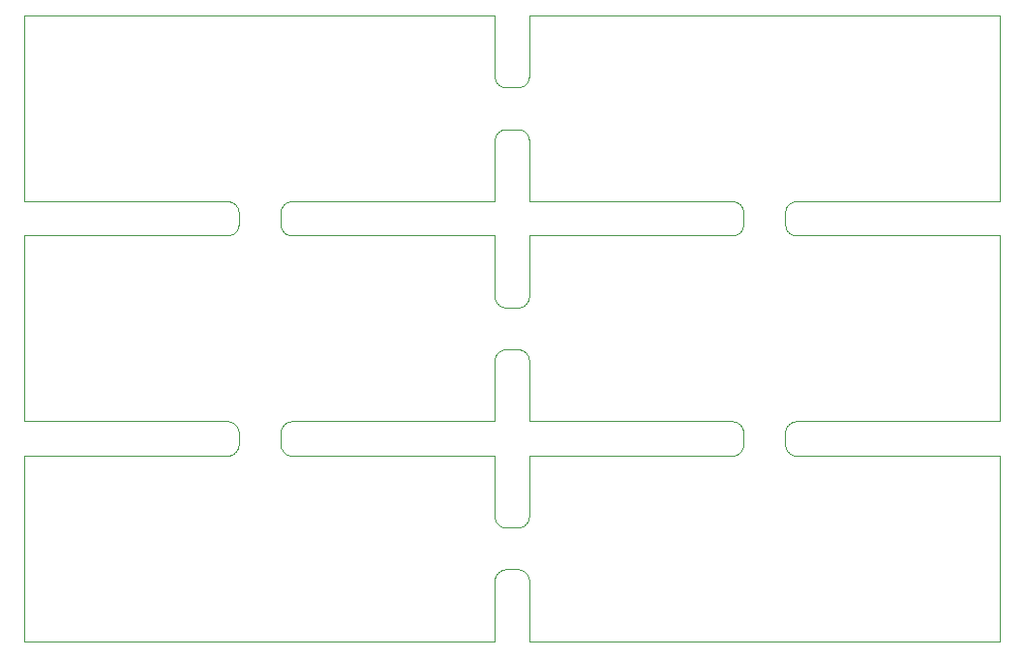
<source format=gko>
%MOIN*%
%OFA0B0*%
%FSLAX44Y44*%
%IPPOS*%
%LPD*%
%ADD10C,0*%
D10*
X00016199Y00011893D02*
X00016199Y00011893D01*
X00016199Y00013981D01*
X00009212Y00013981D01*
X00009181Y00013982D01*
X00009151Y00013985D01*
X00009120Y00013991D01*
X00009091Y00014000D01*
X00009062Y00014011D01*
X00009034Y00014024D01*
X00009007Y00014039D01*
X00008981Y00014056D01*
X00008957Y00014075D01*
X00008934Y00014096D01*
X00008913Y00014119D01*
X00008894Y00014143D01*
X00008877Y00014169D01*
X00008862Y00014196D01*
X00008849Y00014224D01*
X00008838Y00014253D01*
X00008830Y00014282D01*
X00008824Y00014313D01*
X00008820Y00014343D01*
X00008819Y00014374D01*
X00008819Y00014768D01*
X00008820Y00014799D01*
X00008824Y00014830D01*
X00008830Y00014860D01*
X00008838Y00014890D01*
X00008849Y00014919D01*
X00008862Y00014947D01*
X00008877Y00014974D01*
X00008894Y00014999D01*
X00008913Y00015024D01*
X00008934Y00015046D01*
X00008957Y00015067D01*
X00008981Y00015087D01*
X00009007Y00015104D01*
X00009034Y00015119D01*
X00009062Y00015132D01*
X00009091Y00015142D01*
X00009120Y00015151D01*
X00009151Y00015157D01*
X00009181Y00015160D01*
X00009212Y00015162D01*
X00016199Y00015162D01*
X00016199Y00017249D01*
X00016201Y00017280D01*
X00016204Y00017310D01*
X00016210Y00017341D01*
X00016219Y00017371D01*
X00016229Y00017400D01*
X00016242Y00017428D01*
X00016258Y00017455D01*
X00016275Y00017480D01*
X00016294Y00017505D01*
X00016315Y00017527D01*
X00016338Y00017548D01*
X00016362Y00017567D01*
X00016387Y00017585D01*
X00016414Y00017600D01*
X00016443Y00017613D01*
X00016472Y00017623D01*
X00016501Y00017632D01*
X00016532Y00017638D01*
X00016562Y00017641D01*
X00016593Y00017643D01*
X00016987Y00017643D01*
X00017018Y00017641D01*
X00017048Y00017638D01*
X00017079Y00017632D01*
X00017109Y00017623D01*
X00017138Y00017613D01*
X00017166Y00017600D01*
X00017193Y00017585D01*
X00017218Y00017567D01*
X00017243Y00017548D01*
X00017265Y00017527D01*
X00017286Y00017505D01*
X00017305Y00017480D01*
X00017323Y00017455D01*
X00017338Y00017428D01*
X00017351Y00017400D01*
X00017361Y00017371D01*
X00017370Y00017341D01*
X00017376Y00017310D01*
X00017379Y00017280D01*
X00017381Y00017249D01*
X00017381Y00015162D01*
X00024368Y00015162D01*
X00024399Y00015160D01*
X00024429Y00015157D01*
X00024460Y00015151D01*
X00024489Y00015142D01*
X00024518Y00015132D01*
X00024546Y00015119D01*
X00024573Y00015104D01*
X00024599Y00015087D01*
X00024623Y00015067D01*
X00024646Y00015046D01*
X00024667Y00015024D01*
X00024686Y00014999D01*
X00024703Y00014974D01*
X00024719Y00014947D01*
X00024731Y00014919D01*
X00024742Y00014890D01*
X00024751Y00014860D01*
X00024757Y00014830D01*
X00024760Y00014799D01*
X00024761Y00014768D01*
X00024761Y00014374D01*
X00024760Y00014343D01*
X00024757Y00014313D01*
X00024751Y00014282D01*
X00024742Y00014253D01*
X00024731Y00014224D01*
X00024719Y00014196D01*
X00024703Y00014169D01*
X00024686Y00014143D01*
X00024667Y00014119D01*
X00024646Y00014096D01*
X00024623Y00014075D01*
X00024599Y00014056D01*
X00024573Y00014039D01*
X00024546Y00014024D01*
X00024518Y00014011D01*
X00024489Y00014000D01*
X00024460Y00013991D01*
X00024429Y00013985D01*
X00024399Y00013982D01*
X00024368Y00013981D01*
X00017381Y00013981D01*
X00017381Y00011893D01*
X00017379Y00011863D01*
X00017376Y00011832D01*
X00017370Y00011802D01*
X00017361Y00011772D01*
X00017351Y00011743D01*
X00017338Y00011715D01*
X00017323Y00011688D01*
X00017305Y00011662D01*
X00017286Y00011638D01*
X00017265Y00011615D01*
X00017243Y00011594D01*
X00017218Y00011575D01*
X00017193Y00011558D01*
X00017166Y00011543D01*
X00017138Y00011530D01*
X00017109Y00011519D01*
X00017079Y00011511D01*
X00017048Y00011505D01*
X00017018Y00011501D01*
X00016987Y00011500D01*
X00016593Y00011500D01*
X00016562Y00011501D01*
X00016532Y00011505D01*
X00016501Y00011511D01*
X00016472Y00011519D01*
X00016443Y00011530D01*
X00016414Y00011543D01*
X00016387Y00011558D01*
X00016362Y00011575D01*
X00016338Y00011594D01*
X00016315Y00011615D01*
X00016294Y00011638D01*
X00016275Y00011662D01*
X00016258Y00011688D01*
X00016242Y00011715D01*
X00016229Y00011743D01*
X00016219Y00011772D01*
X00016210Y00011802D01*
X00016204Y00011832D01*
X00016201Y00011863D01*
X00016199Y00011893D01*
X00016199Y00004312D02*
X00016199Y00004312D01*
X00016199Y00006399D01*
X00009212Y00006399D01*
X00009181Y00006401D01*
X00009151Y00006404D01*
X00009120Y00006410D01*
X00009091Y00006419D01*
X00009062Y00006429D01*
X00009034Y00006442D01*
X00009007Y00006458D01*
X00008981Y00006475D01*
X00008957Y00006494D01*
X00008934Y00006515D01*
X00008913Y00006538D01*
X00008894Y00006562D01*
X00008877Y00006587D01*
X00008862Y00006614D01*
X00008849Y00006643D01*
X00008838Y00006672D01*
X00008830Y00006701D01*
X00008824Y00006732D01*
X00008820Y00006762D01*
X00008819Y00006793D01*
X00008819Y00007187D01*
X00008820Y00007218D01*
X00008824Y00007248D01*
X00008830Y00007279D01*
X00008838Y00007309D01*
X00008849Y00007338D01*
X00008862Y00007366D01*
X00008877Y00007393D01*
X00008894Y00007418D01*
X00008913Y00007443D01*
X00008934Y00007465D01*
X00008957Y00007486D01*
X00008981Y00007505D01*
X00009007Y00007523D01*
X00009034Y00007538D01*
X00009062Y00007551D01*
X00009091Y00007561D01*
X00009120Y00007570D01*
X00009151Y00007576D01*
X00009181Y00007579D01*
X00009212Y00007581D01*
X00016199Y00007581D01*
X00016199Y00009668D01*
X00016201Y00009699D01*
X00016204Y00009729D01*
X00016210Y00009760D01*
X00016219Y00009789D01*
X00016229Y00009818D01*
X00016242Y00009846D01*
X00016258Y00009873D01*
X00016275Y00009899D01*
X00016294Y00009923D01*
X00016315Y00009946D01*
X00016338Y00009967D01*
X00016362Y00009986D01*
X00016387Y00010003D01*
X00016414Y00010019D01*
X00016443Y00010031D01*
X00016472Y00010042D01*
X00016501Y00010051D01*
X00016532Y00010057D01*
X00016562Y00010060D01*
X00016593Y00010061D01*
X00016987Y00010061D01*
X00017018Y00010060D01*
X00017048Y00010057D01*
X00017079Y00010051D01*
X00017109Y00010042D01*
X00017138Y00010031D01*
X00017166Y00010019D01*
X00017193Y00010003D01*
X00017218Y00009986D01*
X00017243Y00009967D01*
X00017265Y00009946D01*
X00017286Y00009923D01*
X00017305Y00009899D01*
X00017323Y00009873D01*
X00017338Y00009846D01*
X00017351Y00009818D01*
X00017361Y00009789D01*
X00017370Y00009760D01*
X00017376Y00009729D01*
X00017379Y00009699D01*
X00017381Y00009668D01*
X00017381Y00007581D01*
X00024368Y00007581D01*
X00024399Y00007579D01*
X00024429Y00007576D01*
X00024460Y00007570D01*
X00024489Y00007561D01*
X00024518Y00007551D01*
X00024546Y00007538D01*
X00024573Y00007523D01*
X00024599Y00007505D01*
X00024623Y00007486D01*
X00024646Y00007465D01*
X00024667Y00007443D01*
X00024686Y00007418D01*
X00024703Y00007393D01*
X00024719Y00007366D01*
X00024731Y00007338D01*
X00024742Y00007309D01*
X00024751Y00007279D01*
X00024757Y00007248D01*
X00024760Y00007218D01*
X00024761Y00007187D01*
X00024761Y00006793D01*
X00024760Y00006762D01*
X00024757Y00006732D01*
X00024751Y00006701D01*
X00024742Y00006672D01*
X00024731Y00006643D01*
X00024719Y00006614D01*
X00024703Y00006587D01*
X00024686Y00006562D01*
X00024667Y00006538D01*
X00024646Y00006515D01*
X00024623Y00006494D01*
X00024599Y00006475D01*
X00024573Y00006458D01*
X00024546Y00006442D01*
X00024518Y00006429D01*
X00024489Y00006419D01*
X00024460Y00006410D01*
X00024429Y00006404D01*
X00024399Y00006401D01*
X00024368Y00006399D01*
X00017381Y00006399D01*
X00017381Y00004312D01*
X00017379Y00004281D01*
X00017376Y00004251D01*
X00017370Y00004220D01*
X00017361Y00004191D01*
X00017351Y00004162D01*
X00017338Y00004134D01*
X00017323Y00004107D01*
X00017305Y00004081D01*
X00017286Y00004057D01*
X00017265Y00004034D01*
X00017243Y00004013D01*
X00017218Y00003994D01*
X00017193Y00003977D01*
X00017166Y00003962D01*
X00017138Y00003949D01*
X00017109Y00003938D01*
X00017079Y00003930D01*
X00017048Y00003924D01*
X00017018Y00003920D01*
X00016987Y00003919D01*
X00016593Y00003919D01*
X00016562Y00003920D01*
X00016532Y00003924D01*
X00016501Y00003930D01*
X00016472Y00003938D01*
X00016443Y00003949D01*
X00016414Y00003962D01*
X00016387Y00003977D01*
X00016362Y00003994D01*
X00016338Y00004013D01*
X00016315Y00004034D01*
X00016294Y00004057D01*
X00016275Y00004081D01*
X00016258Y00004107D01*
X00016242Y00004134D01*
X00016229Y00004162D01*
X00016219Y00004191D01*
X00016210Y00004220D01*
X00016204Y00004251D01*
X00016201Y00004281D01*
X00016199Y00004312D01*
X00000000Y00006399D02*
X00000000Y00006399D01*
X00000000Y00000000D01*
X00016199Y00000000D01*
X00016199Y00002087D01*
X00016201Y00002118D01*
X00016204Y00002148D01*
X00016210Y00002179D01*
X00016219Y00002208D01*
X00016229Y00002237D01*
X00016242Y00002265D01*
X00016258Y00002292D01*
X00016275Y00002318D01*
X00016294Y00002342D01*
X00016315Y00002365D01*
X00016338Y00002386D01*
X00016362Y00002405D01*
X00016387Y00002422D01*
X00016414Y00002437D01*
X00016443Y00002450D01*
X00016472Y00002461D01*
X00016501Y00002469D01*
X00016532Y00002475D01*
X00016562Y00002479D01*
X00016593Y00002480D01*
X00016987Y00002480D01*
X00017018Y00002479D01*
X00017048Y00002475D01*
X00017079Y00002469D01*
X00017109Y00002461D01*
X00017138Y00002450D01*
X00017166Y00002437D01*
X00017193Y00002422D01*
X00017218Y00002405D01*
X00017243Y00002386D01*
X00017265Y00002365D01*
X00017286Y00002342D01*
X00017305Y00002318D01*
X00017323Y00002292D01*
X00017338Y00002265D01*
X00017351Y00002237D01*
X00017361Y00002208D01*
X00017370Y00002179D01*
X00017376Y00002148D01*
X00017379Y00002118D01*
X00017381Y00002087D01*
X00017381Y00000000D01*
X00033581Y00000000D01*
X00033581Y00006399D01*
X00026593Y00006399D01*
X00026563Y00006401D01*
X00026532Y00006404D01*
X00026502Y00006410D01*
X00026472Y00006419D01*
X00026443Y00006429D01*
X00026415Y00006442D01*
X00026388Y00006458D01*
X00026362Y00006475D01*
X00026338Y00006494D01*
X00026315Y00006515D01*
X00026294Y00006538D01*
X00026275Y00006562D01*
X00026258Y00006587D01*
X00026243Y00006614D01*
X00026230Y00006643D01*
X00026219Y00006672D01*
X00026211Y00006701D01*
X00026205Y00006732D01*
X00026201Y00006762D01*
X00026200Y00006793D01*
X00026200Y00007187D01*
X00026201Y00007218D01*
X00026205Y00007248D01*
X00026211Y00007279D01*
X00026219Y00007309D01*
X00026230Y00007338D01*
X00026243Y00007366D01*
X00026258Y00007393D01*
X00026275Y00007418D01*
X00026294Y00007443D01*
X00026315Y00007465D01*
X00026338Y00007486D01*
X00026362Y00007505D01*
X00026388Y00007523D01*
X00026415Y00007538D01*
X00026443Y00007551D01*
X00026472Y00007561D01*
X00026502Y00007570D01*
X00026532Y00007576D01*
X00026563Y00007579D01*
X00026593Y00007581D01*
X00033581Y00007581D01*
X00033581Y00013981D01*
X00026593Y00013981D01*
X00026563Y00013982D01*
X00026532Y00013985D01*
X00026502Y00013991D01*
X00026472Y00014000D01*
X00026443Y00014011D01*
X00026415Y00014024D01*
X00026388Y00014039D01*
X00026362Y00014056D01*
X00026338Y00014075D01*
X00026315Y00014096D01*
X00026294Y00014119D01*
X00026275Y00014143D01*
X00026258Y00014169D01*
X00026243Y00014196D01*
X00026230Y00014224D01*
X00026219Y00014253D01*
X00026211Y00014282D01*
X00026205Y00014313D01*
X00026201Y00014343D01*
X00026200Y00014374D01*
X00026200Y00014768D01*
X00026201Y00014799D01*
X00026205Y00014830D01*
X00026211Y00014860D01*
X00026219Y00014890D01*
X00026230Y00014919D01*
X00026243Y00014947D01*
X00026258Y00014974D01*
X00026275Y00014999D01*
X00026294Y00015024D01*
X00026315Y00015046D01*
X00026338Y00015067D01*
X00026362Y00015087D01*
X00026388Y00015104D01*
X00026415Y00015119D01*
X00026443Y00015132D01*
X00026472Y00015142D01*
X00026502Y00015151D01*
X00026532Y00015157D01*
X00026563Y00015160D01*
X00026593Y00015162D01*
X00033581Y00015162D01*
X00033581Y00021562D01*
X00017381Y00021562D01*
X00017381Y00019475D01*
X00017379Y00019444D01*
X00017376Y00019413D01*
X00017370Y00019383D01*
X00017361Y00019353D01*
X00017351Y00019324D01*
X00017338Y00019296D01*
X00017323Y00019269D01*
X00017305Y00019243D01*
X00017286Y00019219D01*
X00017265Y00019196D01*
X00017243Y00019175D01*
X00017218Y00019156D01*
X00017193Y00019139D01*
X00017166Y00019124D01*
X00017138Y00019111D01*
X00017109Y00019100D01*
X00017079Y00019092D01*
X00017048Y00019086D01*
X00017018Y00019082D01*
X00016987Y00019081D01*
X00016593Y00019081D01*
X00016562Y00019082D01*
X00016532Y00019086D01*
X00016501Y00019092D01*
X00016472Y00019100D01*
X00016443Y00019111D01*
X00016414Y00019124D01*
X00016387Y00019139D01*
X00016362Y00019156D01*
X00016338Y00019175D01*
X00016315Y00019196D01*
X00016294Y00019219D01*
X00016275Y00019243D01*
X00016258Y00019269D01*
X00016242Y00019296D01*
X00016229Y00019324D01*
X00016219Y00019353D01*
X00016210Y00019383D01*
X00016204Y00019413D01*
X00016201Y00019444D01*
X00016199Y00019475D01*
X00016199Y00021562D01*
X00000000Y00021562D01*
X00000000Y00015162D01*
X00006987Y00015162D01*
X00007018Y00015160D01*
X00007048Y00015157D01*
X00007079Y00015151D01*
X00007108Y00015142D01*
X00007137Y00015132D01*
X00007165Y00015119D01*
X00007192Y00015104D01*
X00007218Y00015087D01*
X00007242Y00015067D01*
X00007265Y00015046D01*
X00007286Y00015024D01*
X00007305Y00014999D01*
X00007322Y00014974D01*
X00007337Y00014947D01*
X00007350Y00014919D01*
X00007361Y00014890D01*
X00007369Y00014860D01*
X00007375Y00014830D01*
X00007379Y00014799D01*
X00007380Y00014768D01*
X00007380Y00014374D01*
X00007379Y00014343D01*
X00007375Y00014313D01*
X00007369Y00014282D01*
X00007361Y00014253D01*
X00007350Y00014224D01*
X00007337Y00014196D01*
X00007322Y00014169D01*
X00007305Y00014143D01*
X00007286Y00014119D01*
X00007265Y00014096D01*
X00007242Y00014075D01*
X00007218Y00014056D01*
X00007192Y00014039D01*
X00007165Y00014024D01*
X00007137Y00014011D01*
X00007108Y00014000D01*
X00007079Y00013991D01*
X00007048Y00013985D01*
X00007018Y00013982D01*
X00006987Y00013981D01*
X00000000Y00013981D01*
X00000000Y00007581D01*
X00006987Y00007581D01*
X00007018Y00007579D01*
X00007048Y00007576D01*
X00007079Y00007570D01*
X00007108Y00007561D01*
X00007137Y00007551D01*
X00007165Y00007538D01*
X00007192Y00007523D01*
X00007218Y00007505D01*
X00007242Y00007486D01*
X00007265Y00007465D01*
X00007286Y00007443D01*
X00007305Y00007418D01*
X00007322Y00007393D01*
X00007337Y00007366D01*
X00007350Y00007338D01*
X00007361Y00007309D01*
X00007369Y00007279D01*
X00007375Y00007248D01*
X00007379Y00007218D01*
X00007380Y00007187D01*
X00007380Y00006793D01*
X00007379Y00006762D01*
X00007375Y00006732D01*
X00007369Y00006701D01*
X00007361Y00006672D01*
X00007350Y00006643D01*
X00007337Y00006614D01*
X00007322Y00006587D01*
X00007305Y00006562D01*
X00007286Y00006538D01*
X00007265Y00006515D01*
X00007242Y00006494D01*
X00007218Y00006475D01*
X00007192Y00006458D01*
X00007165Y00006442D01*
X00007137Y00006429D01*
X00007108Y00006419D01*
X00007079Y00006410D01*
X00007048Y00006404D01*
X00007018Y00006401D01*
X00006987Y00006399D01*
X00000000Y00006399D01*
M02*
</source>
